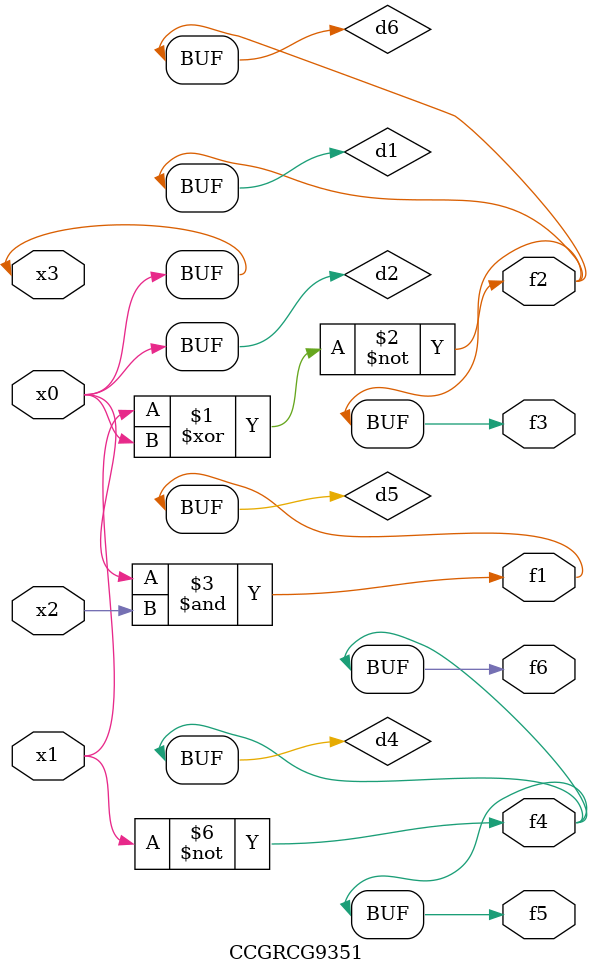
<source format=v>
module CCGRCG9351(
	input x0, x1, x2, x3,
	output f1, f2, f3, f4, f5, f6
);

	wire d1, d2, d3, d4, d5, d6;

	xnor (d1, x1, x3);
	buf (d2, x0, x3);
	nand (d3, x0, x2);
	not (d4, x1);
	nand (d5, d3);
	or (d6, d1);
	assign f1 = d5;
	assign f2 = d6;
	assign f3 = d6;
	assign f4 = d4;
	assign f5 = d4;
	assign f6 = d4;
endmodule

</source>
